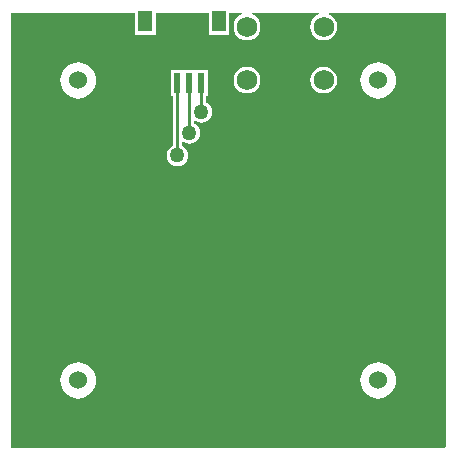
<source format=gtl>
G04*
G04 #@! TF.GenerationSoftware,Altium Limited,Altium Designer,20.0.14 (345)*
G04*
G04 Layer_Physical_Order=1*
G04 Layer_Color=255*
%FSLAX25Y25*%
%MOIN*%
G70*
G01*
G75*
%ADD10C,0.01000*%
%ADD13R,0.04724X0.07087*%
%ADD14R,0.02362X0.06693*%
%ADD21C,0.06890*%
%ADD22C,0.06000*%
%ADD23C,0.05000*%
%ADD24C,0.03000*%
G36*
X147500Y2653D02*
X147038Y2462D01*
X147000Y2500D01*
X2500D01*
Y147500D01*
X44008D01*
Y140126D01*
X50732D01*
Y147500D01*
X68417D01*
Y140126D01*
X75142D01*
Y147500D01*
X79489D01*
X79589Y147000D01*
X78963Y146741D01*
X78035Y146028D01*
X77322Y145100D01*
X76874Y144019D01*
X76722Y142858D01*
X76874Y141698D01*
X77322Y140617D01*
X78035Y139688D01*
X78963Y138976D01*
X80044Y138528D01*
X81205Y138375D01*
X82365Y138528D01*
X83446Y138976D01*
X84375Y139688D01*
X85087Y140617D01*
X85535Y141698D01*
X85688Y142858D01*
X85535Y144019D01*
X85087Y145100D01*
X84375Y146028D01*
X83446Y146741D01*
X82821Y147000D01*
X82920Y147500D01*
X105080D01*
X105179Y147000D01*
X104554Y146741D01*
X103625Y146028D01*
X102913Y145100D01*
X102465Y144019D01*
X102312Y142858D01*
X102465Y141698D01*
X102913Y140617D01*
X103625Y139688D01*
X104554Y138976D01*
X105635Y138528D01*
X106795Y138375D01*
X107956Y138528D01*
X109037Y138976D01*
X109965Y139688D01*
X110678Y140617D01*
X111126Y141698D01*
X111278Y142858D01*
X111126Y144019D01*
X110678Y145100D01*
X109965Y146028D01*
X109037Y146741D01*
X108411Y147000D01*
X108511Y147500D01*
X147500D01*
Y2653D01*
D02*
G37*
%LPC*%
G36*
X106795Y129625D02*
X105635Y129472D01*
X104554Y129024D01*
X103625Y128312D01*
X102913Y127383D01*
X102465Y126302D01*
X102312Y125142D01*
X102465Y123981D01*
X102913Y122900D01*
X103625Y121972D01*
X104554Y121259D01*
X105635Y120811D01*
X106795Y120659D01*
X107956Y120811D01*
X109037Y121259D01*
X109965Y121972D01*
X110678Y122900D01*
X111126Y123981D01*
X111278Y125142D01*
X111126Y126302D01*
X110678Y127383D01*
X109965Y128312D01*
X109037Y129024D01*
X107956Y129472D01*
X106795Y129625D01*
D02*
G37*
G36*
X81205D02*
X80044Y129472D01*
X78963Y129024D01*
X78035Y128312D01*
X77322Y127383D01*
X76874Y126302D01*
X76722Y125142D01*
X76874Y123981D01*
X77322Y122900D01*
X78035Y121972D01*
X78963Y121259D01*
X80044Y120811D01*
X81205Y120659D01*
X82365Y120811D01*
X83446Y121259D01*
X84375Y121972D01*
X85087Y122900D01*
X85535Y123981D01*
X85688Y125142D01*
X85535Y126302D01*
X85087Y127383D01*
X84375Y128312D01*
X83446Y129024D01*
X82365Y129472D01*
X81205Y129625D01*
D02*
G37*
G36*
X125000Y131029D02*
X123824Y130913D01*
X122693Y130570D01*
X121651Y130013D01*
X120737Y129263D01*
X119987Y128349D01*
X119430Y127307D01*
X119087Y126176D01*
X118971Y125000D01*
X119087Y123824D01*
X119430Y122693D01*
X119987Y121651D01*
X120737Y120737D01*
X121651Y119987D01*
X122693Y119430D01*
X123824Y119087D01*
X125000Y118971D01*
X126176Y119087D01*
X127307Y119430D01*
X128349Y119987D01*
X129263Y120737D01*
X130013Y121651D01*
X130570Y122693D01*
X130913Y123824D01*
X131029Y125000D01*
X130913Y126176D01*
X130570Y127307D01*
X130013Y128349D01*
X129263Y129263D01*
X128349Y130013D01*
X127307Y130570D01*
X126176Y130913D01*
X125000Y131029D01*
D02*
G37*
G36*
X25000D02*
X23824Y130913D01*
X22693Y130570D01*
X21651Y130013D01*
X20737Y129263D01*
X19987Y128349D01*
X19430Y127307D01*
X19087Y126176D01*
X18971Y125000D01*
X19087Y123824D01*
X19430Y122693D01*
X19987Y121651D01*
X20737Y120737D01*
X21651Y119987D01*
X22693Y119430D01*
X23824Y119087D01*
X25000Y118971D01*
X26176Y119087D01*
X27307Y119430D01*
X28350Y119987D01*
X29263Y120737D01*
X30013Y121651D01*
X30570Y122693D01*
X30913Y123824D01*
X31029Y125000D01*
X30913Y126176D01*
X30570Y127307D01*
X30013Y128349D01*
X29263Y129263D01*
X28350Y130013D01*
X27307Y130570D01*
X26176Y130913D01*
X25000Y131029D01*
D02*
G37*
G36*
X68055Y128347D02*
X55819D01*
Y119653D01*
X56471D01*
Y103155D01*
X56235Y103057D01*
X55504Y102496D01*
X54943Y101765D01*
X54590Y100914D01*
X54470Y100000D01*
X54590Y99086D01*
X54943Y98235D01*
X55504Y97504D01*
X56235Y96943D01*
X57086Y96590D01*
X58000Y96470D01*
X58914Y96590D01*
X59765Y96943D01*
X60496Y97504D01*
X61057Y98235D01*
X61410Y99086D01*
X61530Y100000D01*
X61410Y100914D01*
X61057Y101765D01*
X60496Y102496D01*
X59765Y103057D01*
X59529Y103155D01*
Y104419D01*
X59978Y104640D01*
X60235Y104443D01*
X61086Y104090D01*
X62000Y103970D01*
X62914Y104090D01*
X63765Y104443D01*
X64496Y105004D01*
X65057Y105735D01*
X65410Y106586D01*
X65530Y107500D01*
X65410Y108414D01*
X65057Y109265D01*
X64496Y109996D01*
X63765Y110557D01*
X63498Y110668D01*
Y111378D01*
X63998Y111625D01*
X64235Y111443D01*
X65086Y111090D01*
X66000Y110970D01*
X66914Y111090D01*
X67765Y111443D01*
X68496Y112004D01*
X69057Y112735D01*
X69410Y113586D01*
X69530Y114500D01*
X69410Y115414D01*
X69057Y116265D01*
X68496Y116996D01*
X67765Y117557D01*
X67466Y117681D01*
Y119653D01*
X68055D01*
Y128347D01*
D02*
G37*
G36*
X125000Y31029D02*
X123824Y30913D01*
X122693Y30570D01*
X121651Y30013D01*
X120737Y29263D01*
X119987Y28350D01*
X119430Y27307D01*
X119087Y26176D01*
X118971Y25000D01*
X119087Y23824D01*
X119430Y22693D01*
X119987Y21651D01*
X120737Y20737D01*
X121651Y19987D01*
X122693Y19430D01*
X123824Y19087D01*
X125000Y18971D01*
X126176Y19087D01*
X127307Y19430D01*
X128349Y19987D01*
X129263Y20737D01*
X130013Y21651D01*
X130570Y22693D01*
X130913Y23824D01*
X131029Y25000D01*
X130913Y26176D01*
X130570Y27307D01*
X130013Y28350D01*
X129263Y29263D01*
X128349Y30013D01*
X127307Y30570D01*
X126176Y30913D01*
X125000Y31029D01*
D02*
G37*
G36*
X25000D02*
X23824Y30913D01*
X22693Y30570D01*
X21651Y30013D01*
X20737Y29263D01*
X19987Y28350D01*
X19430Y27307D01*
X19087Y26176D01*
X18971Y25000D01*
X19087Y23824D01*
X19430Y22693D01*
X19987Y21651D01*
X20737Y20737D01*
X21651Y19987D01*
X22693Y19430D01*
X23824Y19087D01*
X25000Y18971D01*
X26176Y19087D01*
X27307Y19430D01*
X28350Y19987D01*
X29263Y20737D01*
X30013Y21651D01*
X30570Y22693D01*
X30913Y23824D01*
X31029Y25000D01*
X30913Y26176D01*
X30570Y27307D01*
X30013Y28350D01*
X29263Y29263D01*
X28350Y30013D01*
X27307Y30570D01*
X26176Y30913D01*
X25000Y31029D01*
D02*
G37*
%LPD*%
D10*
X58000Y100000D02*
Y124000D01*
X61937D02*
X61968Y123969D01*
Y107531D02*
Y123969D01*
Y107531D02*
X62000Y107500D01*
X65874Y124000D02*
X65937Y123937D01*
Y114563D02*
Y123937D01*
Y114563D02*
X66000Y114500D01*
D13*
X47370Y144669D02*
D03*
X71780D02*
D03*
D14*
X54063Y124000D02*
D03*
X58000D02*
D03*
X61937D02*
D03*
X65874D02*
D03*
D21*
X81205Y125142D02*
D03*
X106795D02*
D03*
X81205Y142858D02*
D03*
X106795D02*
D03*
D22*
X125000Y25000D02*
D03*
Y125000D02*
D03*
X25000D02*
D03*
Y25000D02*
D03*
D23*
X51500Y29500D02*
D03*
X62000Y107500D02*
D03*
X58000Y100000D02*
D03*
X66000Y114500D02*
D03*
X129000Y114000D02*
D03*
X52461Y75543D02*
D03*
X78000Y23004D02*
D03*
X107000Y28504D02*
D03*
D24*
X132500Y67500D02*
D03*
X126500Y96000D02*
D03*
M02*

</source>
